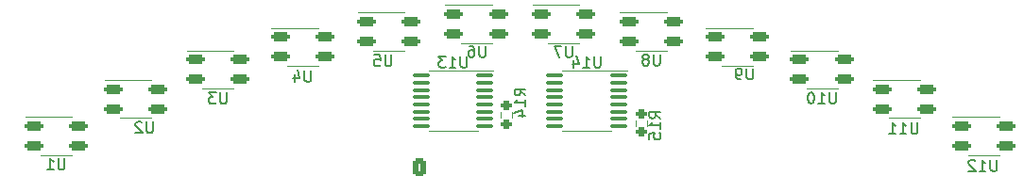
<source format=gbo>
%TF.GenerationSoftware,KiCad,Pcbnew,(6.0.6)*%
%TF.CreationDate,2022-07-17T20:06:38+03:00*%
%TF.ProjectId,Sensor,53656e73-6f72-42e6-9b69-6361645f7063,rev?*%
%TF.SameCoordinates,Original*%
%TF.FileFunction,Legend,Bot*%
%TF.FilePolarity,Positive*%
%FSLAX46Y46*%
G04 Gerber Fmt 4.6, Leading zero omitted, Abs format (unit mm)*
G04 Created by KiCad (PCBNEW (6.0.6)) date 2022-07-17 20:06:38*
%MOMM*%
%LPD*%
G01*
G04 APERTURE LIST*
G04 Aperture macros list*
%AMRoundRect*
0 Rectangle with rounded corners*
0 $1 Rounding radius*
0 $2 $3 $4 $5 $6 $7 $8 $9 X,Y pos of 4 corners*
0 Add a 4 corners polygon primitive as box body*
4,1,4,$2,$3,$4,$5,$6,$7,$8,$9,$2,$3,0*
0 Add four circle primitives for the rounded corners*
1,1,$1+$1,$2,$3*
1,1,$1+$1,$4,$5*
1,1,$1+$1,$6,$7*
1,1,$1+$1,$8,$9*
0 Add four rect primitives between the rounded corners*
20,1,$1+$1,$2,$3,$4,$5,0*
20,1,$1+$1,$4,$5,$6,$7,0*
20,1,$1+$1,$6,$7,$8,$9,0*
20,1,$1+$1,$8,$9,$2,$3,0*%
G04 Aperture macros list end*
%ADD10C,0.150000*%
%ADD11C,0.120000*%
%ADD12C,2.100000*%
%ADD13RoundRect,0.250000X-0.350000X-0.625000X0.350000X-0.625000X0.350000X0.625000X-0.350000X0.625000X0*%
%ADD14O,1.200000X1.750000*%
%ADD15RoundRect,0.197500X-0.632500X0.197500X-0.632500X-0.197500X0.632500X-0.197500X0.632500X0.197500X0*%
%ADD16RoundRect,0.200000X0.275000X-0.200000X0.275000X0.200000X-0.275000X0.200000X-0.275000X-0.200000X0*%
%ADD17RoundRect,0.100000X0.637500X0.100000X-0.637500X0.100000X-0.637500X-0.100000X0.637500X-0.100000X0*%
G04 APERTURE END LIST*
D10*
X129194529Y-112191405D02*
X129194529Y-113000929D01*
X129146910Y-113096167D01*
X129099291Y-113143786D01*
X129004053Y-113191405D01*
X128813577Y-113191405D01*
X128718339Y-113143786D01*
X128670720Y-113096167D01*
X128623101Y-113000929D01*
X128623101Y-112191405D01*
X127623101Y-113191405D02*
X128194529Y-113191405D01*
X127908815Y-113191405D02*
X127908815Y-112191405D01*
X128004053Y-112334263D01*
X128099291Y-112429501D01*
X128194529Y-112477120D01*
X137111904Y-108882380D02*
X137111904Y-109691904D01*
X137064285Y-109787142D01*
X137016666Y-109834761D01*
X136921428Y-109882380D01*
X136730952Y-109882380D01*
X136635714Y-109834761D01*
X136588095Y-109787142D01*
X136540476Y-109691904D01*
X136540476Y-108882380D01*
X136111904Y-108977619D02*
X136064285Y-108930000D01*
X135969047Y-108882380D01*
X135730952Y-108882380D01*
X135635714Y-108930000D01*
X135588095Y-108977619D01*
X135540476Y-109072857D01*
X135540476Y-109168095D01*
X135588095Y-109310952D01*
X136159523Y-109882380D01*
X135540476Y-109882380D01*
X143698382Y-106257854D02*
X143698382Y-107067378D01*
X143650763Y-107162616D01*
X143603144Y-107210235D01*
X143507906Y-107257854D01*
X143317430Y-107257854D01*
X143222192Y-107210235D01*
X143174573Y-107162616D01*
X143126954Y-107067378D01*
X143126954Y-106257854D01*
X142746001Y-106257854D02*
X142126954Y-106257854D01*
X142460287Y-106638807D01*
X142317430Y-106638807D01*
X142222192Y-106686426D01*
X142174573Y-106734045D01*
X142126954Y-106829283D01*
X142126954Y-107067378D01*
X142174573Y-107162616D01*
X142222192Y-107210235D01*
X142317430Y-107257854D01*
X142603144Y-107257854D01*
X142698382Y-107210235D01*
X142746001Y-107162616D01*
X151262339Y-104275739D02*
X151262339Y-105085263D01*
X151214720Y-105180501D01*
X151167101Y-105228120D01*
X151071863Y-105275739D01*
X150881387Y-105275739D01*
X150786149Y-105228120D01*
X150738530Y-105180501D01*
X150690911Y-105085263D01*
X150690911Y-104275739D01*
X149786149Y-104609073D02*
X149786149Y-105275739D01*
X150024244Y-104228120D02*
X150262339Y-104942406D01*
X149643292Y-104942406D01*
X158481904Y-102872380D02*
X158481904Y-103681904D01*
X158434285Y-103777142D01*
X158386666Y-103824761D01*
X158291428Y-103872380D01*
X158100952Y-103872380D01*
X158005714Y-103824761D01*
X157958095Y-103777142D01*
X157910476Y-103681904D01*
X157910476Y-102872380D01*
X156958095Y-102872380D02*
X157434285Y-102872380D01*
X157481904Y-103348571D01*
X157434285Y-103300952D01*
X157339047Y-103253333D01*
X157100952Y-103253333D01*
X157005714Y-103300952D01*
X156958095Y-103348571D01*
X156910476Y-103443809D01*
X156910476Y-103681904D01*
X156958095Y-103777142D01*
X157005714Y-103824761D01*
X157100952Y-103872380D01*
X157339047Y-103872380D01*
X157434285Y-103824761D01*
X157481904Y-103777142D01*
X166921904Y-102062380D02*
X166921904Y-102871904D01*
X166874285Y-102967142D01*
X166826666Y-103014761D01*
X166731428Y-103062380D01*
X166540952Y-103062380D01*
X166445714Y-103014761D01*
X166398095Y-102967142D01*
X166350476Y-102871904D01*
X166350476Y-102062380D01*
X165445714Y-102062380D02*
X165636190Y-102062380D01*
X165731428Y-102110000D01*
X165779047Y-102157619D01*
X165874285Y-102300476D01*
X165921904Y-102490952D01*
X165921904Y-102871904D01*
X165874285Y-102967142D01*
X165826666Y-103014761D01*
X165731428Y-103062380D01*
X165540952Y-103062380D01*
X165445714Y-103014761D01*
X165398095Y-102967142D01*
X165350476Y-102871904D01*
X165350476Y-102633809D01*
X165398095Y-102538571D01*
X165445714Y-102490952D01*
X165540952Y-102443333D01*
X165731428Y-102443333D01*
X165826666Y-102490952D01*
X165874285Y-102538571D01*
X165921904Y-102633809D01*
X190891904Y-104072380D02*
X190891904Y-104881904D01*
X190844285Y-104977142D01*
X190796666Y-105024761D01*
X190701428Y-105072380D01*
X190510952Y-105072380D01*
X190415714Y-105024761D01*
X190368095Y-104977142D01*
X190320476Y-104881904D01*
X190320476Y-104072380D01*
X189796666Y-105072380D02*
X189606190Y-105072380D01*
X189510952Y-105024761D01*
X189463333Y-104977142D01*
X189368095Y-104834285D01*
X189320476Y-104643809D01*
X189320476Y-104262857D01*
X189368095Y-104167619D01*
X189415714Y-104120000D01*
X189510952Y-104072380D01*
X189701428Y-104072380D01*
X189796666Y-104120000D01*
X189844285Y-104167619D01*
X189891904Y-104262857D01*
X189891904Y-104500952D01*
X189844285Y-104596190D01*
X189796666Y-104643809D01*
X189701428Y-104691428D01*
X189510952Y-104691428D01*
X189415714Y-104643809D01*
X189368095Y-104596190D01*
X189320476Y-104500952D01*
X198311617Y-106237854D02*
X198311617Y-107047378D01*
X198263998Y-107142616D01*
X198216379Y-107190235D01*
X198121141Y-107237854D01*
X197930664Y-107237854D01*
X197835426Y-107190235D01*
X197787807Y-107142616D01*
X197740188Y-107047378D01*
X197740188Y-106237854D01*
X196740188Y-107237854D02*
X197311617Y-107237854D01*
X197025902Y-107237854D02*
X197025902Y-106237854D01*
X197121141Y-106380712D01*
X197216379Y-106475950D01*
X197311617Y-106523569D01*
X196121141Y-106237854D02*
X196025902Y-106237854D01*
X195930664Y-106285474D01*
X195883045Y-106333093D01*
X195835426Y-106428331D01*
X195787807Y-106618807D01*
X195787807Y-106856902D01*
X195835426Y-107047378D01*
X195883045Y-107142616D01*
X195930664Y-107190235D01*
X196025902Y-107237854D01*
X196121141Y-107237854D01*
X196216379Y-107190235D01*
X196263998Y-107142616D01*
X196311617Y-107047378D01*
X196359236Y-106856902D01*
X196359236Y-106618807D01*
X196311617Y-106428331D01*
X196263998Y-106333093D01*
X196216379Y-106285474D01*
X196121141Y-106237854D01*
X205629604Y-108973222D02*
X205629604Y-109782746D01*
X205581985Y-109877984D01*
X205534366Y-109925603D01*
X205439128Y-109973222D01*
X205248651Y-109973222D01*
X205153413Y-109925603D01*
X205105794Y-109877984D01*
X205058175Y-109782746D01*
X205058175Y-108973222D01*
X204058175Y-109973222D02*
X204629604Y-109973222D01*
X204343889Y-109973222D02*
X204343889Y-108973222D01*
X204439128Y-109116080D01*
X204534366Y-109211318D01*
X204629604Y-109258937D01*
X203105794Y-109973222D02*
X203677223Y-109973222D01*
X203391509Y-109973222D02*
X203391509Y-108973222D01*
X203486747Y-109116080D01*
X203581985Y-109211318D01*
X203677223Y-109258937D01*
X212735470Y-112311405D02*
X212735470Y-113120929D01*
X212687851Y-113216167D01*
X212640232Y-113263786D01*
X212544994Y-113311405D01*
X212354517Y-113311405D01*
X212259279Y-113263786D01*
X212211660Y-113216167D01*
X212164041Y-113120929D01*
X212164041Y-112311405D01*
X211164041Y-113311405D02*
X211735470Y-113311405D01*
X211449755Y-113311405D02*
X211449755Y-112311405D01*
X211544994Y-112454263D01*
X211640232Y-112549501D01*
X211735470Y-112597120D01*
X210783089Y-112406644D02*
X210735470Y-112359025D01*
X210640232Y-112311405D01*
X210402136Y-112311405D01*
X210306898Y-112359025D01*
X210259279Y-112406644D01*
X210211660Y-112501882D01*
X210211660Y-112597120D01*
X210259279Y-112739977D01*
X210830708Y-113311405D01*
X210211660Y-113311405D01*
X174677649Y-102078040D02*
X174677649Y-102887564D01*
X174630030Y-102982802D01*
X174582411Y-103030421D01*
X174487173Y-103078040D01*
X174296697Y-103078040D01*
X174201459Y-103030421D01*
X174153840Y-102982802D01*
X174106221Y-102887564D01*
X174106221Y-102078040D01*
X173725268Y-102078040D02*
X173058602Y-102078040D01*
X173487173Y-103078040D01*
X182549261Y-102822342D02*
X182549261Y-103631866D01*
X182501642Y-103727104D01*
X182454023Y-103774723D01*
X182358785Y-103822342D01*
X182168309Y-103822342D01*
X182073071Y-103774723D01*
X182025452Y-103727104D01*
X181977833Y-103631866D01*
X181977833Y-102822342D01*
X181358785Y-103250914D02*
X181454023Y-103203295D01*
X181501642Y-103155676D01*
X181549261Y-103060438D01*
X181549261Y-103012819D01*
X181501642Y-102917581D01*
X181454023Y-102869962D01*
X181358785Y-102822342D01*
X181168309Y-102822342D01*
X181073071Y-102869962D01*
X181025452Y-102917581D01*
X180977833Y-103012819D01*
X180977833Y-103060438D01*
X181025452Y-103155676D01*
X181073071Y-103203295D01*
X181168309Y-103250914D01*
X181358785Y-103250914D01*
X181454023Y-103298533D01*
X181501642Y-103346152D01*
X181549261Y-103441390D01*
X181549261Y-103631866D01*
X181501642Y-103727104D01*
X181454023Y-103774723D01*
X181358785Y-103822342D01*
X181168309Y-103822342D01*
X181073071Y-103774723D01*
X181025452Y-103727104D01*
X180977833Y-103631866D01*
X180977833Y-103441390D01*
X181025452Y-103346152D01*
X181073071Y-103298533D01*
X181168309Y-103250914D01*
X182602380Y-108567142D02*
X182126190Y-108233809D01*
X182602380Y-107995714D02*
X181602380Y-107995714D01*
X181602380Y-108376666D01*
X181650000Y-108471904D01*
X181697619Y-108519523D01*
X181792857Y-108567142D01*
X181935714Y-108567142D01*
X182030952Y-108519523D01*
X182078571Y-108471904D01*
X182126190Y-108376666D01*
X182126190Y-107995714D01*
X182602380Y-109519523D02*
X182602380Y-108948095D01*
X182602380Y-109233809D02*
X181602380Y-109233809D01*
X181745238Y-109138571D01*
X181840476Y-109043333D01*
X181888095Y-108948095D01*
X181602380Y-110424285D02*
X181602380Y-109948095D01*
X182078571Y-109900476D01*
X182030952Y-109948095D01*
X181983333Y-110043333D01*
X181983333Y-110281428D01*
X182030952Y-110376666D01*
X182078571Y-110424285D01*
X182173809Y-110471904D01*
X182411904Y-110471904D01*
X182507142Y-110424285D01*
X182554761Y-110376666D01*
X182602380Y-110281428D01*
X182602380Y-110043333D01*
X182554761Y-109948095D01*
X182507142Y-109900476D01*
X165238095Y-103002380D02*
X165238095Y-103811904D01*
X165190476Y-103907142D01*
X165142857Y-103954761D01*
X165047619Y-104002380D01*
X164857142Y-104002380D01*
X164761904Y-103954761D01*
X164714285Y-103907142D01*
X164666666Y-103811904D01*
X164666666Y-103002380D01*
X163666666Y-104002380D02*
X164238095Y-104002380D01*
X163952380Y-104002380D02*
X163952380Y-103002380D01*
X164047619Y-103145238D01*
X164142857Y-103240476D01*
X164238095Y-103288095D01*
X163333333Y-103002380D02*
X162714285Y-103002380D01*
X163047619Y-103383333D01*
X162904761Y-103383333D01*
X162809523Y-103430952D01*
X162761904Y-103478571D01*
X162714285Y-103573809D01*
X162714285Y-103811904D01*
X162761904Y-103907142D01*
X162809523Y-103954761D01*
X162904761Y-104002380D01*
X163190476Y-104002380D01*
X163285714Y-103954761D01*
X163333333Y-103907142D01*
X177238095Y-103002380D02*
X177238095Y-103811904D01*
X177190476Y-103907142D01*
X177142857Y-103954761D01*
X177047619Y-104002380D01*
X176857142Y-104002380D01*
X176761904Y-103954761D01*
X176714285Y-103907142D01*
X176666666Y-103811904D01*
X176666666Y-103002380D01*
X175666666Y-104002380D02*
X176238095Y-104002380D01*
X175952380Y-104002380D02*
X175952380Y-103002380D01*
X176047619Y-103145238D01*
X176142857Y-103240476D01*
X176238095Y-103288095D01*
X174809523Y-103335714D02*
X174809523Y-104002380D01*
X175047619Y-102954761D02*
X175285714Y-103669047D01*
X174666666Y-103669047D01*
X170512380Y-106507142D02*
X170036190Y-106173809D01*
X170512380Y-105935714D02*
X169512380Y-105935714D01*
X169512380Y-106316666D01*
X169560000Y-106411904D01*
X169607619Y-106459523D01*
X169702857Y-106507142D01*
X169845714Y-106507142D01*
X169940952Y-106459523D01*
X169988571Y-106411904D01*
X170036190Y-106316666D01*
X170036190Y-105935714D01*
X170512380Y-107459523D02*
X170512380Y-106888095D01*
X170512380Y-107173809D02*
X169512380Y-107173809D01*
X169655238Y-107078571D01*
X169750476Y-106983333D01*
X169798095Y-106888095D01*
X169845714Y-108316666D02*
X170512380Y-108316666D01*
X169464761Y-108078571D02*
X170179047Y-107840476D01*
X170179047Y-108459523D01*
D11*
X129842625Y-111869025D02*
X127042625Y-111869025D01*
X129842625Y-108469025D02*
X125642625Y-108469025D01*
X136958491Y-105150842D02*
X132758491Y-105150842D01*
X136958491Y-108550842D02*
X134158491Y-108550842D01*
X144336478Y-102465474D02*
X140136478Y-102465474D01*
X144336478Y-105865474D02*
X141536478Y-105865474D01*
X151920435Y-103833359D02*
X149120435Y-103833359D01*
X151920435Y-100433359D02*
X147720435Y-100433359D01*
X159652643Y-99069962D02*
X155452643Y-99069962D01*
X159652643Y-102469962D02*
X156852643Y-102469962D01*
X167474255Y-101785660D02*
X164674255Y-101785660D01*
X167474255Y-98385660D02*
X163274255Y-98385660D01*
X190879565Y-100433359D02*
X186679565Y-100433359D01*
X190879565Y-103833359D02*
X188079565Y-103833359D01*
X198463522Y-102465474D02*
X194263522Y-102465474D01*
X198463522Y-105865474D02*
X195663522Y-105865474D01*
X205841509Y-108550842D02*
X203041509Y-108550842D01*
X205841509Y-105150842D02*
X201641509Y-105150842D01*
X212957375Y-108469025D02*
X208757375Y-108469025D01*
X212957375Y-111869025D02*
X210157375Y-111869025D01*
X175325745Y-98385660D02*
X171125745Y-98385660D01*
X175325745Y-101785660D02*
X172525745Y-101785660D01*
X183147357Y-99069962D02*
X178947357Y-99069962D01*
X183147357Y-102469962D02*
X180347357Y-102469962D01*
X181422500Y-109237258D02*
X181422500Y-108762742D01*
X180377500Y-109237258D02*
X180377500Y-108762742D01*
X164000000Y-109735000D02*
X161800000Y-109735000D01*
X164000000Y-109735000D02*
X166200000Y-109735000D01*
X164000000Y-104265000D02*
X167600000Y-104265000D01*
X164000000Y-104265000D02*
X161800000Y-104265000D01*
X176000000Y-104265000D02*
X179600000Y-104265000D01*
X176000000Y-109735000D02*
X178200000Y-109735000D01*
X176000000Y-109735000D02*
X173800000Y-109735000D01*
X176000000Y-104265000D02*
X173800000Y-104265000D01*
X169292500Y-108487258D02*
X169292500Y-108012742D01*
X168247500Y-108487258D02*
X168247500Y-108012742D01*
%LPC*%
D12*
X145000000Y-116000000D03*
X195000000Y-116000000D03*
D13*
X161000000Y-113000000D03*
D14*
X163000000Y-113000000D03*
X165000000Y-113000000D03*
X167000000Y-113000000D03*
X169000000Y-113000000D03*
X171000000Y-113000000D03*
X173000000Y-113000000D03*
X175000000Y-113000000D03*
X177000000Y-113000000D03*
X179000000Y-113000000D03*
D15*
X126442625Y-109269025D03*
X130442625Y-109269025D03*
X130442625Y-111069025D03*
X126442625Y-111069025D03*
X133558491Y-105950842D03*
X137558491Y-105950842D03*
X137558491Y-107750842D03*
X133558491Y-107750842D03*
X140936478Y-103265474D03*
X144936478Y-103265474D03*
X144936478Y-105065474D03*
X140936478Y-105065474D03*
X148520435Y-101233359D03*
X152520435Y-101233359D03*
X152520435Y-103033359D03*
X148520435Y-103033359D03*
X156252643Y-99869962D03*
X160252643Y-99869962D03*
X160252643Y-101669962D03*
X156252643Y-101669962D03*
X164074255Y-99185660D03*
X168074255Y-99185660D03*
X168074255Y-100985660D03*
X164074255Y-100985660D03*
X187479565Y-101233359D03*
X191479565Y-101233359D03*
X191479565Y-103033359D03*
X187479565Y-103033359D03*
X195063522Y-103265474D03*
X199063522Y-103265474D03*
X199063522Y-105065474D03*
X195063522Y-105065474D03*
X202441509Y-105950842D03*
X206441509Y-105950842D03*
X206441509Y-107750842D03*
X202441509Y-107750842D03*
X209557375Y-109269025D03*
X213557375Y-109269025D03*
X213557375Y-111069025D03*
X209557375Y-111069025D03*
X171925745Y-99185660D03*
X175925745Y-99185660D03*
X175925745Y-100985660D03*
X171925745Y-100985660D03*
X179747357Y-99869962D03*
X183747357Y-99869962D03*
X183747357Y-101669962D03*
X179747357Y-101669962D03*
D16*
X180900000Y-109825000D03*
X180900000Y-108175000D03*
D17*
X166862500Y-104725000D03*
X166862500Y-105375000D03*
X166862500Y-106025000D03*
X166862500Y-106675000D03*
X166862500Y-107325000D03*
X166862500Y-107975000D03*
X166862500Y-108625000D03*
X166862500Y-109275000D03*
X161137500Y-109275000D03*
X161137500Y-108625000D03*
X161137500Y-107975000D03*
X161137500Y-107325000D03*
X161137500Y-106675000D03*
X161137500Y-106025000D03*
X161137500Y-105375000D03*
X161137500Y-104725000D03*
X178862500Y-104725000D03*
X178862500Y-105375000D03*
X178862500Y-106025000D03*
X178862500Y-106675000D03*
X178862500Y-107325000D03*
X178862500Y-107975000D03*
X178862500Y-108625000D03*
X178862500Y-109275000D03*
X173137500Y-109275000D03*
X173137500Y-108625000D03*
X173137500Y-107975000D03*
X173137500Y-107325000D03*
X173137500Y-106675000D03*
X173137500Y-106025000D03*
X173137500Y-105375000D03*
X173137500Y-104725000D03*
D16*
X168770000Y-109075000D03*
X168770000Y-107425000D03*
M02*

</source>
